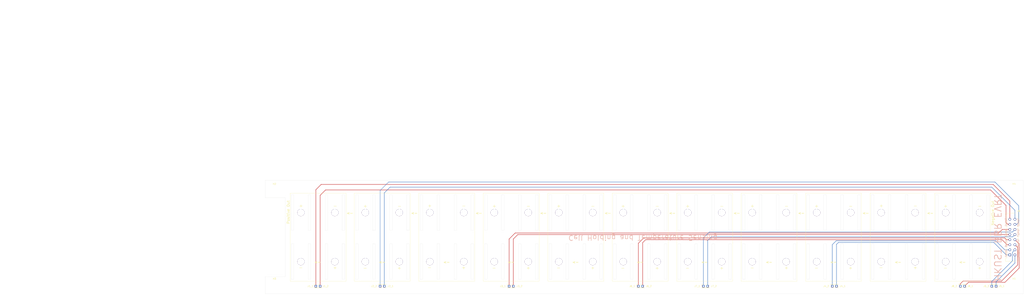
<source format=kicad_pcb>
(kicad_pcb (version 20241229) (generator "pcbnew") (generator_version "9.0")
  (layers (0 "F.Cu" signal "Top Layer") (2 "B.Cu" signal "Bottom Layer") (13 "F.Paste" user "Top Paste") (15 "B.Paste" user "Bottom Paste") (5 "F.SilkS" user "Top Overlay") (7 "B.SilkS" user "Bottom Overlay") (1 "F.Mask" user "Top Solder") (3 "B.Mask" user "Bottom Solder") (25 "Edge.Cuts" user))
  (net 0 "")
  (net 1 "/temp_1_1")
  (net 2 "/temp_7_2")
  (net 3 "/temp_5_2")
  (net 4 "/temp_8_2")
  (net 5 "/temp_5_1")
  (net 6 "/temp_3_2")
  (net 7 "/temp_2_1")
  (net 8 "/temp_2_2")
  (net 9 "/temp_3_1")
  (net 10 "/temp_6_1")
  (net 11 "/temp_4_2")
  (net 12 "/temp_8_1")
  (net 13 "/temp_4_1")
  (net 14 "/temp_1_2")
  (net 15 "/temp_6_2")
  (net 16 "/temp_7_1")
  (footprint "" (layer "F.Cu") (at 507.381782 225.12109)
    (property "Reference" "")
    (property "Value" "")
  )
  (footprint "" (layer "F.Cu") (at 126.914767 196.17559)
    (property "Reference" "")
    (property "Value" "")
  )
  (footprint "" (layer "F.Cu") (at 203.007448 196.17609)
    (property "Reference" "")
    (property "Value" "")
  )
  (footprint "" (layer "F.Cu") (at 393.2411 196.18359)
    (property "Reference" "")
    (property "Value" "")
  )
  (footprint "Connector_PinHeader_2.00mm:PinHeader_1x01_P2.00mm_Vertical" (layer "F.Cu") (at 517.083115 239.61359 180)
    (property "Reference" "J5_1")
    (property "Value" "Conn_01x01_Pin")
  )
  (footprint "" (layer "F.Cu") (at 355.195115 225.12009)
    (property "Reference" "")
    (property "Value" "")
  )
  (footprint "Connector_PinHeader_2.00mm:PinHeader_1x01_P2.00mm_Vertical" (layer "F.Cu") (at 344.406115 239.61359)
    (property "Reference" "J7_1")
    (property "Value" "Conn_01x01_Pin")
  )
  (footprint "Connector_PinHeader_2.00mm:PinHeader_1x01_P2.00mm_Vertical" (layer "F.Cu") (at 118.236115 239.61359)
    (property "Reference" "J1_2")
    (property "Value" "Conn_01x01_Pin")
  )
  (footprint "MountingHole:MountingHole_4.3mm_M4" (layer "F.Cu") (at 91.248115 238.62159)
    (property "Reference" "H3")
    (property "Value" "MountingHole")
  )
  (footprint "" (layer "F.Cu") (at 182.962144 225.11409)
    (property "Reference" "")
    (property "Value" "")
  )
  (footprint "" (layer "F.Cu") (at 279.101115 196.17909)
    (property "Reference" "")
    (property "Value" "")
  )
  (footprint "" (layer "F.Cu") (at 259.055811 225.11509)
    (property "Reference" "")
    (property "Value" "")
  )
  (footprint "" (layer "F.Cu") (at 241.054826 225.11359)
    (property "Reference" "")
    (property "Value" "")
  )
  (footprint "Connector_PinHeader_2.00mm:PinHeader_1x01_P2.00mm_Vertical" (layer "F.Cu") (at 498.503115 239.61359 180)
    (property "Reference" "J8_1")
    (property "Value" "Conn_01x01_Pin")
  )
  (footprint "" (layer "F.Cu") (at 431.288478 225.12109)
    (property "Reference" "")
    (property "Value" "")
  )
  (footprint "" (layer "F.Cu") (at 507.381782 196.18809)
    (property "Reference" "")
    (property "Value" "")
  )
  (footprint "" (layer "F.Cu") (at 469.33513 225.12259)
    (property "Reference" "")
    (property "Value" "")
  )
  (footprint "" (layer "F.Cu") (at 335.149085 196.18209)
    (property "Reference" "")
    (property "Value" "")
  )
  (footprint "" (layer "F.Cu") (at 221.008796 196.17759)
    (property "Reference" "")
    (property "Value" "")
  )
  (footprint "Connector_PinHeader_2.00mm:PinHeader_1x01_P2.00mm_Vertical" (layer "F.Cu") (at 496.003115 239.61359 180)
    (property "Reference" "J8_2")
    (property "Value" "Conn_01x01_Pin")
  )
  (footprint "" (layer "F.Cu") (at 355.194752 196.18209)
    (property "Reference" "")
    (property "Value" "")
  )
  (footprint "" (layer "F.Cu") (at 144.915796 225.11259)
    (property "Reference" "")
    (property "Value" "")
  )
  (footprint "Connector_PinHeader_2.00mm:PinHeader_1x01_P2.00mm_Vertical" (layer "F.Cu") (at 232.244115 239.61359)
    (property "Reference" "J3_2")
    (property "Value" "Conn_01x01_Pin")
  )
  (footprint "Connector_PinHeader_2.00mm:PinHeader_1x01_P2.00mm_Vertical" (layer "F.Cu") (at 115.736115 239.61359)
    (property "Reference" "J1_1")
    (property "Value" "Conn_01x01_Pin")
  )
  (footprint "" (layer "F.Cu") (at 241.054463 196.17759)
    (property "Reference" "")
    (property "Value" "")
  )
  (footprint "Connector_PinHeader_2.00mm:PinHeader_1x01_P2.00mm_Vertical" (layer "F.Cu") (at 156.114115 239.61359 180)
    (property "Reference" "J2_1")
    (property "Value" "Conn_01x01_Pin")
  )
  (footprint "" (layer "F.Cu") (at 106.8691 196.17559)
    (property "Reference" "")
    (property "Value" "")
  )
  (footprint "" (layer "F.Cu") (at 487.336115 196.18809)
    (property "Reference" "")
    (property "Value" "")
  )
  (footprint "Connector_PinHeader_2.00mm:PinHeader_1x01_P2.00mm_Vertical" (layer "F.Cu") (at 514.583115 239.61359 180)
    (property "Reference" "J5_2")
    (property "Value" "Conn_01x01_Pin")
  )
  (footprint "" (layer "F.Cu") (at 221.009159 225.11359)
    (property "Reference" "")
    (property "Value" "")
  )
  (footprint "" (layer "F.Cu") (at 297.102463 196.18059)
    (property "Reference" "")
    (property "Value" "")
  )
  (footprint "" (layer "F.Cu") (at 411.242448 196.18509)
    (property "Reference" "")
    (property "Value" "")
  )
  (footprint "" (layer "F.Cu") (at 106.869463 225.11359)
    (property "Reference" "")
    (property "Value" "")
  )
  (footprint "" (layer "F.Cu") (at 373.195433 196.18359)
    (property "Reference" "")
    (property "Value" "")
  )
  (footprint "" (layer "F.Cu") (at 317.14813 196.18059)
    (property "Reference" "")
    (property "Value" "")
  )
  (footprint "" (layer "F.Cu") (at 297.102463 225.11359)
    (property "Reference" "")
    (property "Value" "")
  )
  (footprint "Connector_PinHeader_2.00mm:PinHeader_1x01_P2.00mm_Vertical" (layer "F.Cu") (at 346.906115 239.61359)
    (property "Reference" "J7_2")
    (property "Value" "Conn_01x01_Pin")
  )
  (footprint "" (layer "F.Cu") (at 126.91513 225.11359)
    (property "Reference" "")
    (property "Value" "")
  )
  (footprint "" (layer "F.Cu") (at 431.288115 196.18509)
    (property "Reference" "")
    (property "Value" "")
  )
  (footprint "" (layer "F.Cu") (at 393.241463 225.12159)
    (property "Reference" "")
    (property "Value" "")
  )
  (footprint "" (layer "F.Cu") (at 259.055448 196.17909)
    (property "Reference" "")
    (property "Value" "")
  )
  (footprint "" (layer "F.Cu") (at 335.149448 225.12009)
    (property "Reference" "")
    (property "Value" "")
  )
  (footprint "" (layer "F.Cu") (at 164.9611 196.17459)
    (property "Reference" "")
    (property "Value" "")
  )
  (footprint "Connector_PinHeader_2.00mm:PinHeader_1x01_P2.00mm_Vertical" (layer "F.Cu") (at 422.924115 239.61359 180)
    (property "Reference" "J4_1")
    (property "Value" "Conn_01x01_Pin")
  )
  (footprint "" (layer "F.Cu") (at 487.336115 225.12109)
    (property "Reference" "")
    (property "Value" "")
  )
  (footprint "" (layer "F.Cu") (at 449.289463 225.12259)
    (property "Reference" "")
    (property "Value" "")
  )
  (footprint "" (layer "F.Cu") (at 203.007811 225.11409)
    (property "Reference" "")
    (property "Value" "")
  )
  (footprint "" (layer "F.Cu") (at 144.915433 196.17459)
    (property "Reference" "")
    (property "Value" "")
  )
  (footprint "Connector_PinHeader_2.00mm:PinHeader_1x01_P2.00mm_Vertical" (layer "F.Cu") (at 306.039115 239.61359)
    (property "Reference" "J6_1")
    (property "Value" "Conn_01x01_Pin")
  )
  (footprint "Connector_PinHeader_2.00mm:PinHeader_1x01_P2.00mm_Vertical" (layer "F.Cu") (at 308.539115 239.61359)
    (property "Reference" "J6_2")
    (property "Value" "Conn_01x01_Pin")
  )
  (footprint "" (layer "F.Cu") (at 469.334767 196.18659)
    (property "Reference" "")
    (property "Value" "")
  )
  (footprint "MountingHole:MountingHole_4.3mm_M4" (layer "F.Cu") (at 527.722115 238.62159)
    (property "Reference" "H1")
    (property "Value" "MountingHole")
  )
  (footprint "Connector_PinHeader_2.00mm:PinHeader_1x01_P2.00mm_Vertical" (layer "F.Cu") (at 420.424115 239.61359 180)
    (property "Reference" "J4_2")
    (property "Value" "Conn_01x01_Pin")
  )
  (footprint "" (layer "F.Cu") (at 317.14813 225.11359)
    (property "Reference" "")
    (property "Value" "")
  )
  (footprint "Connector_PinHeader_2.00mm:PinHeader_1x01_P2.00mm_Vertical" (layer "F.Cu") (at 229.744115 239.61359)
    (property "Reference" "J3_1")
    (property "Value" "Conn_01x01_Pin")
  )
  (footprint "MountingHole:MountingHole_4.3mm_M4" (layer "F.Cu") (at 527.722115 182.68659)
    (property "Reference" "H4")
    (property "Value" "MountingHole")
  )
  (footprint "Connector_Molex:Molex_Micro-Fit_3.0_43045-1612_2x08_P3.00mm_Vertical" (layer "F.Cu") (at 525.212115 221.154463 90)
    (property "Reference" "J9")
    (property "Value" "Conn_02x08_Top_Bottom")
  )
  (footprint "" (layer "F.Cu") (at 411.242811 225.12109)
    (property "Reference" "")
    (property "Value" "")
  )
  (footprint "" (layer "F.Cu") (at 373.195796 225.12159)
    (property "Reference" "")
    (property "Value" "")
  )
  (footprint "" (layer "F.Cu") (at 449.2891 196.18659)
    (property "Reference" "")
    (property "Value" "")
  )
  (footprint "Connector_PinHeader_2.00mm:PinHeader_1x01_P2.00mm_Vertical" (layer "F.Cu") (at 153.614115 239.61359 180)
    (property "Reference" "J2_2")
    (property "Value" "Conn_01x01_Pin")
  )
  (footprint "MountingHole:MountingHole_4.3mm_M4" (layer "F.Cu") (at 91.240115 182.68659)
    (property "Reference" "H2")
    (property "Value" "MountingHole")
  )
  (footprint "" (layer "F.Cu") (at 182.961781 196.17609)
    (property "Reference" "")
    (property "Value" "")
  )
  (footprint "" (layer "F.Cu") (at 279.101478 225.11509)
    (property "Reference" "")
    (property "Value" "")
  )
  (footprint "" (layer "F.Cu") (at 164.961463 225.11259)
    (property "Reference" "")
    (property "Value" "")
  )
  (gr_rect (start 442.732115 184.70259) (end 475.732115 236.70259) (stroke (width 0.1)) (fill no) (layer "F.SilkS"))
  (gr_rect (start 328.583115 184.70259) (end 361.583115 236.70259) (stroke (width 0.1)) (fill no) (layer "F.SilkS"))
  (gr_rect (start 480.806115 184.70259) (end 513.806115 236.70259) (stroke (width 0.1)) (fill no) (layer "F.SilkS"))
  (gr_rect (start 138.338115 184.70259) (end 171.338115 236.70259) (stroke (width 0.1)) (fill no) (layer "F.SilkS"))
  (gr_rect (start 214.458115 184.70259) (end 247.458115 236.70259) (stroke (width 0.1)) (fill no) (layer "F.SilkS"))
  (gr_rect (start 100.537115 184.70259) (end 133.537115 236.70259) (stroke (width 0.1)) (fill no) (layer "F.SilkS"))
  (gr_rect (start 366.612115 184.70259) (end 399.612115 236.70259) (stroke (width 0.1)) (fill no) (layer "F.SilkS"))
  (gr_rect (start 290.578115 184.70259) (end 323.578115 236.70259) (stroke (width 0.1)) (fill no) (layer "F.SilkS"))
  (gr_rect (start 404.664115 184.70259) (end 437.664115 236.70259) (stroke (width 0.1)) (fill no) (layer "F.SilkS"))
  (gr_rect (start 252.652115 184.70259) (end 285.652115 236.70259) (stroke (width 0.1)) (fill no) (layer "F.SilkS"))
  (gr_rect (start 176.367115 184.70259) (end 209.367115 236.70259) (stroke (width 0.1)) (fill no) (layer "F.SilkS"))
  (gr_line (start 529.530115 199.446257) (end 529.530115 204.446257) (stroke (width 0.1)) (layer "B.SilkS"))
  (gr_line (start 523.805115 199.45459) (end 523.805115 204.45459) (stroke (width 0.1)) (layer "B.SilkS"))
  (gr_line (start 529.530115 217.571257) (end 529.530115 222.571257) (stroke (width 0.1)) (layer "B.SilkS"))
  (gr_line (start 529.530115 211.52959) (end 529.530115 216.52959) (stroke (width 0.1)) (layer "B.SilkS"))
  (gr_line (start 523.805115 217.57959) (end 523.805115 222.57959) (stroke (width 0.1)) (layer "B.SilkS"))
  (gr_line (start 523.805115 205.496257) (end 523.805115 210.496257) (stroke (width 0.1)) (layer "B.SilkS"))
  (gr_line (start 523.805115 211.537923) (end 523.805115 216.537923) (stroke (width 0.1)) (layer "B.SilkS"))
  (gr_line (start 529.530115 205.487924) (end 529.530115 210.487924) (stroke (width 0.1)) (layer "B.SilkS"))
  (gr_line (start 378.945418 185.68359) (end 377.445418 185.68359) (stroke (width 0.05)) (layer "Edge.Cuts"))
  (gr_line (start 350.945752 185.68059) (end 349.445752 185.68059) (stroke (width 0.05)) (layer "Edge.Cuts"))
  (gr_line (start 150.665418 185.67459) (end 149.165418 185.67459) (stroke (width 0.05)) (layer "Edge.Cuts"))
  (gr_line (start 513.131767 206.68809) (end 511.631767 206.68809) (stroke (width 0.05)) (layer "Edge.Cuts"))
  (gr_line (start 330.898448 235.62159) (end 329.398448 235.62159) (stroke (width 0.05)) (layer "Edge.Cuts"))
  (gr_line (start 475.085115 235.62259) (end 473.585115 235.62259) (stroke (width 0.05)) (layer "Edge.Cuts"))
  (gr_line (start 312.89713 235.61509) (end 311.39713 235.61509) (stroke (width 0.05)) (layer "Edge.Cuts"))
  (gr_line (start 311.39713 206.68209) (end 311.39713 185.68209) (stroke (width 0.05)) (layer "Edge.Cuts"))
  (gr_line (start 187.212129 235.61409) (end 187.212129 214.61409) (stroke (width 0.05)) (layer "Edge.Cuts"))
  (gr_line (start 198.756811 235.61559) (end 197.256811 235.61559) (stroke (width 0.05)) (layer "Edge.Cuts"))
  (gr_line (start 274.850478 235.61659) (end 273.350478 235.61659) (stroke (width 0.05)) (layer "Edge.Cuts"))
  (gr_line (start 453.539085 206.68659) (end 453.539085 185.68659) (stroke (width 0.05)) (layer "Edge.Cuts"))
  (gr_line (start 132.665115 214.61359) (end 131.165115 214.61359) (stroke (width 0.05)) (layer "Edge.Cuts"))
  (gr_line (start 425.537115 206.68659) (end 425.537115 185.68659) (stroke (width 0.05)) (layer "Edge.Cuts"))
  (gr_line (start 435.538463 235.62109) (end 435.538463 214.62109) (stroke (width 0.05)) (layer "Edge.Cuts"))
  (gr_line (start 465.085767 185.68509) (end 463.585767 185.68509) (stroke (width 0.05)) (layer "Edge.Cuts"))
  (gr_line (start 284.8511 206.67909) (end 283.3511 206.67909) (stroke (width 0.05)) (layer "Edge.Cuts"))
  (gr_line (start 102.6201 185.67409) (end 101.1201 185.67409) (stroke (width 0.05)) (layer "Edge.Cuts"))
  (gr_line (start 111.119085 206.67559) (end 111.119085 185.67559) (stroke (width 0.05)) (layer "Edge.Cuts"))
  (gr_line (start 398.991448 235.62159) (end 397.491448 235.62159) (stroke (width 0.05)) (layer "Edge.Cuts"))
  (gr_line (start 246.804841 214.61359) (end 246.804841 235.61359) (stroke (width 0.05)) (layer "Edge.Cuts"))
  (gr_line (start 264.805433 206.67909) (end 263.305433 206.67909) (stroke (width 0.05)) (layer "Edge.Cuts"))
  (gr_line (start 274.852115 185.67759) (end 273.352115 185.67759) (stroke (width 0.05)) (layer "Edge.Cuts"))
  (gr_line (start 483.085115 206.68959) (end 481.585115 206.68959) (stroke (width 0.05)) (layer "Edge.Cuts"))
  (gr_line (start 427.039478 214.61959) (end 425.539478 214.61959) (stroke (width 0.05)) (layer "Edge.Cuts"))
  (gr_line (start 378.945811 214.62159) (end 378.945811 235.62159) (stroke (width 0.05)) (layer "Edge.Cuts"))
  (gr_line (start 122.665767 185.67409) (end 121.165767 185.67409) (stroke (width 0.05)) (layer "Edge.Cuts"))
  (gr_line (start 274.850115 206.68059) (end 273.350115 206.68059) (stroke (width 0.05)) (layer "Edge.Cuts"))
  (gr_line (start 455.039448 214.62259) (end 453.539448 214.62259) (stroke (width 0.05)) (layer "Edge.Cuts"))
  (gr_line (start 427.037115 206.68659) (end 425.537115 206.68659) (stroke (width 0.05)) (layer "Edge.Cuts"))
  (gr_line (start 254.806811 214.61359) (end 253.306811 214.61359) (stroke (width 0.05)) (layer "Edge.Cuts"))
  (gr_line (start 437.03813 185.68509) (end 437.03813 206.68509) (stroke (width 0.05)) (layer "Edge.Cuts"))
  (gr_line (start 170.711478 214.61259) (end 170.711478 235.61259) (stroke (width 0.05)) (layer "Edge.Cuts"))
  (gr_line (start 139.164796 235.61409) (end 139.164796 214.61409) (stroke (width 0.05)) (layer "Edge.Cuts"))
  (gr_line (start 292.853463 185.67909) (end 291.353463 185.67909) (stroke (width 0.05)) (layer "Edge.Cuts"))
  (gr_line (start 503.132782 214.61959) (end 501.632782 214.61959) (stroke (width 0.05)) (layer "Edge.Cuts"))
  (gr_line (start 475.084782 185.68659) (end 475.084782 206.68659) (stroke (width 0.05)) (layer "Edge.Cuts"))
  (gr_line (start 322.898115 206.68059) (end 321.398115 206.68059) (stroke (width 0.05)) (layer "Edge.Cuts"))
  (gr_line (start 491.5861 206.68809) (end 491.5861 185.68809) (stroke (width 0.05)) (layer "Edge.Cuts"))
  (gr_line (start 312.89913 185.67909) (end 312.89913 206.67909) (stroke (width 0.05)) (layer "Edge.Cuts"))
  (gr_line (start 339.399433 235.62009) (end 339.399433 214.62009) (stroke (width 0.05)) (layer "Edge.Cuts"))
  (gr_line (start 406.993811 214.61959) (end 406.993811 235.61959) (stroke (width 0.05)) (layer "Edge.Cuts"))
  (gr_line (start 387.4901 206.68509) (end 387.4901 185.68509) (stroke (width 0.05)) (layer "Edge.Cuts"))
  (gr_line (start 367.444796 235.62309) (end 367.444796 214.62309) (stroke (width 0.05)) (layer "Edge.Cuts"))
  (gr_line (start 330.900448 214.61859) (end 330.900448 235.61859) (stroke (width 0.05)) (layer "Edge.Cuts"))
  (gr_line (start 254.804811 235.61659) (end 253.304811 235.61659) (stroke (width 0.05)) (layer "Edge.Cuts"))
  (gr_line (start 226.758781 185.67759) (end 225.258781 185.67759) (stroke (width 0.05)) (layer "Edge.Cuts"))
  (gr_line (start 388.990463 235.62309) (end 387.490463 235.62309) (stroke (width 0.05)) (layer "Edge.Cuts"))
  (gr_line (start 465.08613 214.62109) (end 465.08613 235.62109) (stroke (width 0.05)) (layer "Edge.Cuts"))
  (gr_line (start 188.712129 235.61409) (end 187.212129 235.61409) (stroke (width 0.05)) (layer "Edge.Cuts"))
  (gr_line (start 216.758159 235.61509) (end 215.258159 235.61509) (stroke (width 0.05)) (layer "Edge.Cuts"))
  (gr_line (start 340.899463 214.62009) (end 340.899463 235.62009) (stroke (width 0.05)) (layer "Edge.Cuts"))
  (gr_line (start 226.758811 185.67759) (end 226.758811 206.67759) (stroke (width 0.05)) (layer "Edge.Cuts"))
  (gr_line (start 513.131767 214.62109) (end 511.631767 214.62109) (stroke (width 0.05)) (layer "Edge.Cuts"))
  (gr_line (start 160.710463 235.61409) (end 159.210463 235.61409) (stroke (width 0.05)) (layer "Edge.Cuts"))
  (gr_line (start 170.711448 214.61259) (end 169.211448 214.61259) (stroke (width 0.05)) (layer "Edge.Cuts"))
  (gr_line (start 132.664782 185.67559) (end 132.664782 206.67559) (stroke (width 0.05)) (layer "Edge.Cuts"))
  (gr_line (start 140.664796 235.61409) (end 139.164796 235.61409) (stroke (width 0.05)) (layer "Edge.Cuts"))
  (gr_line (start 475.084752 185.68659) (end 473.584752 185.68659) (stroke (width 0.05)) (layer "Edge.Cuts"))
  (gr_line (start 322.898115 185.68059) (end 321.398115 185.68059) (stroke (width 0.05)) (layer "Edge.Cuts"))
  (gr_line (start 322.898145 185.68059) (end 322.898145 206.68059) (stroke (width 0.05)) (layer "Edge.Cuts"))
  (gr_line (start 359.444737 206.68209) (end 359.444737 185.68209) (stroke (width 0.05)) (layer "Edge.Cuts"))
  (gr_line (start 378.945418 206.68359) (end 377.445418 206.68359) (stroke (width 0.05)) (layer "Edge.Cuts"))
  (gr_line (start 455.039085 185.68659) (end 453.539085 185.68659) (stroke (width 0.05)) (layer "Edge.Cuts"))
  (gr_line (start 475.084752 206.68659) (end 473.584752 206.68659) (stroke (width 0.05)) (layer "Edge.Cuts"))
  (gr_line (start 140.666433 185.67309) (end 139.166433 185.67309) (stroke (width 0.05)) (layer "Edge.Cuts"))
  (gr_line (start 254.806811 214.61359) (end 254.806811 235.61359) (stroke (width 0.05)) (layer "Edge.Cuts"))
  (gr_line (start 284.8511 185.67909) (end 283.3511 185.67909) (stroke (width 0.05)) (layer "Edge.Cuts"))
  (gr_line (start 463.583767 206.68809) (end 463.583767 185.68809) (stroke (width 0.05)) (layer "Edge.Cuts"))
  (gr_line (start 435.5381 206.68509) (end 435.5381 185.68509) (stroke (width 0.05)) (layer "Edge.Cuts"))
  (gr_line (start 443.538463 235.62409) (end 443.538463 214.62409) (stroke (width 0.05)) (layer "Edge.Cuts"))
  (gr_line (start 360.94513 214.62009) (end 360.94513 235.62009) (stroke (width 0.05)) (layer "Edge.Cuts"))
  (gr_line (start 465.085767 185.68509) (end 465.085767 206.68509) (stroke (width 0.05)) (layer "Edge.Cuts"))
  (gr_line (start 160.712463 214.61109) (end 159.212463 214.61109) (stroke (width 0.05)) (layer "Edge.Cuts"))
  (gr_line (start 102.6181 206.67709) (end 101.1181 206.67709) (stroke (width 0.05)) (layer "Edge.Cuts"))
  (gr_line (start 360.944737 185.68209) (end 359.444737 185.68209) (stroke (width 0.05)) (layer "Edge.Cuts"))
  (gr_line (start 349.443752 206.68359) (end 349.443752 185.68359) (stroke (width 0.05)) (layer "Edge.Cuts"))
  (gr_line (start 216.760159 214.61209) (end 215.260159 214.61209) (stroke (width 0.05)) (layer "Edge.Cuts"))
  (gr_line (start 246.804448 206.67759) (end 245.304448 206.67759) (stroke (width 0.05)) (layer "Edge.Cuts"))
  (gr_line (start 501.630782 206.68959) (end 501.630782 185.68959) (stroke (width 0.05)) (layer "Edge.Cuts"))
  (gr_line (start 378.945781 214.62159) (end 377.445781 214.62159) (stroke (width 0.05)) (layer "Edge.Cuts"))
  (gr_line (start 139.164433 206.67609) (end 139.164433 185.67609) (stroke (width 0.05)) (layer "Edge.Cuts"))
  (gr_line (start 284.85113 185.67909) (end 284.85113 206.67909) (stroke (width 0.05)) (layer "Edge.Cuts"))
  (gr_line (start 170.711085 185.67459) (end 169.211085 185.67459) (stroke (width 0.05)) (layer "Edge.Cuts"))
  (gr_line (start 368.944796 235.62309) (end 367.444796 235.62309) (stroke (width 0.05)) (layer "Edge.Cuts"))
  (gr_line (start 427.039115 185.68359) (end 427.039115 206.68359) (stroke (width 0.05)) (layer "Edge.Cuts"))
  (gr_line (start 235.303463 206.67909) (end 235.303463 185.67909) (stroke (width 0.05)) (layer "Edge.Cuts"))
  (gr_line (start 445.0401 185.68509) (end 445.0401 206.68509) (stroke (width 0.05)) (layer "Edge.Cuts"))
  (gr_line (start 284.851463 214.61509) (end 283.351463 214.61509) (stroke (width 0.05)) (layer "Edge.Cuts"))
  (gr_line (start 427.037478 235.62259) (end 425.537478 235.62259) (stroke (width 0.05)) (layer "Edge.Cuts"))
  (gr_line (start 483.087115 214.61959) (end 481.587115 214.61959) (stroke (width 0.05)) (layer "Edge.Cuts"))
  (gr_line (start 169.211085 206.67459) (end 169.211085 185.67459) (stroke (width 0.05)) (layer "Edge.Cuts"))
  (gr_line (start 291.351463 235.61509) (end 291.351463 214.61509) (stroke (width 0.05)) (layer "Edge.Cuts"))
  (gr_line (start 236.805463 185.67609) (end 236.805463 206.67609) (stroke (width 0.05)) (layer "Edge.Cuts"))
  (gr_line (start 437.0381 206.68509) (end 435.5381 206.68509) (stroke (width 0.05)) (layer "Edge.Cuts"))
  (gr_line (start 292.853463 214.61209) (end 292.853463 235.61209) (stroke (width 0.05)) (layer "Edge.Cuts"))
  (gr_line (start 292.853463 214.61209) (end 291.353463 214.61209) (stroke (width 0.05)) (layer "Edge.Cuts"))
  (gr_line (start 264.805826 214.61509) (end 264.805826 235.61509) (stroke (width 0.05)) (layer "Edge.Cuts"))
  (gr_line (start 503.132782 214.61959) (end 503.132782 235.61959) (stroke (width 0.05)) (layer "Edge.Cuts"))
  (gr_line (start 170.711085 206.67459) (end 169.211085 206.67459) (stroke (width 0.05)) (layer "Edge.Cuts"))
  (gr_line (start 453.539448 235.62259) (end 453.539448 214.62259) (stroke (width 0.05)) (layer "Edge.Cuts"))
  (gr_line (start 533.222115 177.18659) (end 85.740115 177.186598) (stroke (width 0.05)) (layer "Edge.Cuts"))
  (gr_line (start 398.991085 206.68359) (end 397.491085 206.68359) (stroke (width 0.05)) (layer "Edge.Cuts"))
  (gr_line (start 437.038463 235.62109) (end 435.538463 235.62109) (stroke (width 0.05)) (layer "Edge.Cuts"))
  (gr_line (start 398.991085 185.68359) (end 397.491085 185.68359) (stroke (width 0.05)) (layer "Edge.Cuts"))
  (gr_line (start 483.087115 185.68659) (end 481.587115 185.68659) (stroke (width 0.05)) (layer "Edge.Cuts"))
  (gr_line (start 263.305796 235.61509) (end 263.305796 214.61509) (stroke (width 0.05)) (layer "Edge.Cuts"))
  (gr_line (start 340.89907 206.68209) (end 339.39907 206.68209) (stroke (width 0.05)) (layer "Edge.Cuts"))
  (gr_line (start 388.9921 185.68209) (end 387.4921 185.68209) (stroke (width 0.05)) (layer "Edge.Cuts"))
  (gr_line (start 197.256448 206.67759) (end 197.256448 185.67759) (stroke (width 0.05)) (layer "Edge.Cuts"))
  (gr_line (start 445.0401 185.68509) (end 443.5401 185.68509) (stroke (width 0.05)) (layer "Edge.Cuts"))
  (gr_line (start 264.805433 185.67909) (end 263.305433 185.67909) (stroke (width 0.05)) (layer "Edge.Cuts"))
  (gr_line (start 140.666796 214.61109) (end 140.666796 235.61109) (stroke (width 0.05)) (layer "Edge.Cuts"))
  (gr_line (start 159.2101 206.67609) (end 159.2101 185.67609) (stroke (width 0.05)) (layer "Edge.Cuts"))
  (gr_line (start 483.087115 185.68659) (end 483.087115 206.68659) (stroke (width 0.05)) (layer "Edge.Cuts"))
  (gr_line (start 253.304811 235.61659) (end 253.304811 214.61659) (stroke (width 0.05)) (layer "Edge.Cuts"))
  (gr_line (start 208.757433 185.67609) (end 207.257433 185.67609) (stroke (width 0.05)) (layer "Edge.Cuts"))
  (gr_line (start 122.66613 214.61209) (end 121.16613 214.61209) (stroke (width 0.05)) (layer "Edge.Cuts"))
  (gr_line (start 437.038463 214.62109) (end 435.538463 214.62109) (stroke (width 0.05)) (layer "Edge.Cuts"))
  (gr_line (start 416.992796 235.62109) (end 415.492796 235.62109) (stroke (width 0.05)) (layer "Edge.Cuts"))
  (gr_line (start 416.992463 185.68509) (end 416.992463 206.68509) (stroke (width 0.05)) (layer "Edge.Cuts"))
  (gr_line (start 322.898115 235.61359) (end 321.398115 235.61359) (stroke (width 0.05)) (layer "Edge.Cuts"))
  (gr_line (start 169.211448 235.61259) (end 169.211448 214.61259) (stroke (width 0.05)) (layer "Edge.Cuts"))
  (gr_line (start 312.89913 214.61209) (end 311.39913 214.61209) (stroke (width 0.05)) (layer "Edge.Cuts"))
  (gr_line (start 160.7101 206.67609) (end 159.2101 206.67609) (stroke (width 0.05)) (layer "Edge.Cuts"))
  (gr_line (start 122.663767 206.67709) (end 121.163767 206.67709) (stroke (width 0.05)) (layer "Edge.Cuts"))
  (gr_line (start 284.851493 214.61509) (end 284.851493 235.61509) (stroke (width 0.05)) (layer "Edge.Cuts"))
  (gr_line (start 349.444115 235.62159) (end 349.444115 214.62159) (stroke (width 0.05)) (layer "Edge.Cuts"))
  (gr_line (start 416.992826 214.62109) (end 416.992826 235.62109) (stroke (width 0.05)) (layer "Edge.Cuts"))
  (gr_line (start 302.852448 214.61359) (end 301.352448 214.61359) (stroke (width 0.05)) (layer "Edge.Cuts"))
  (gr_line (start 150.665418 206.67459) (end 149.165418 206.67459) (stroke (width 0.05)) (layer "Edge.Cuts"))
  (gr_line (start 302.852448 206.68059) (end 301.352448 206.68059) (stroke (width 0.05)) (layer "Edge.Cuts"))
  (gr_line (start 236.805463 185.67609) (end 235.305463 185.67609) (stroke (width 0.05)) (layer "Edge.Cuts"))
  (gr_line (start 140.666796 214.61109) (end 139.166796 214.61109) (stroke (width 0.05)) (layer "Edge.Cuts"))
  (gr_line (start 216.760159 214.61209) (end 216.760159 235.61209) (stroke (width 0.05)) (layer "Edge.Cuts"))
  (gr_line (start 160.712463 214.61109) (end 160.712463 235.61109) (stroke (width 0.05)) (layer "Edge.Cuts"))
  (gr_line (start 437.038493 214.62109) (end 437.038493 235.62109) (stroke (width 0.05)) (layer "Edge.Cuts"))
  (gr_line (start 329.398085 206.68359) (end 329.398085 185.68359) (stroke (width 0.05)) (layer "Edge.Cuts"))
  (gr_line (start 513.131767 185.68809) (end 511.631767 185.68809) (stroke (width 0.05)) (layer "Edge.Cuts"))
  (gr_line (start 378.945781 235.62159) (end 377.445781 235.62159) (stroke (width 0.05)) (layer "Edge.Cuts"))
  (gr_line (start 122.66613 214.61209) (end 122.66613 235.61209) (stroke (width 0.05)) (layer "Edge.Cuts"))
  (gr_line (start 150.665448 185.67459) (end 150.665448 206.67459) (stroke (width 0.05)) (layer "Edge.Cuts"))
  (gr_line (start 513.131767 235.62109) (end 511.631767 235.62109) (stroke (width 0.05)) (layer "Edge.Cuts"))
  (gr_line (start 415.492433 206.68509) (end 415.492433 185.68509) (stroke (width 0.05)) (layer "Edge.Cuts"))
  (gr_line (start 513.131797 214.62109) (end 513.131797 235.62109) (stroke (width 0.05)) (layer "Edge.Cuts"))
  (gr_line (start 226.759144 214.61359) (end 225.259144 214.61359) (stroke (width 0.05)) (layer "Edge.Cuts"))
  (gr_line (start 330.898085 206.68359) (end 329.398085 206.68359) (stroke (width 0.05)) (layer "Edge.Cuts"))
  (gr_line (start 188.711766 206.67609) (end 187.211766 206.67609) (stroke (width 0.05)) (layer "Edge.Cuts"))
  (gr_line (start 475.085145 214.62259) (end 475.085145 235.62259) (stroke (width 0.05)) (layer "Edge.Cuts"))
  (gr_line (start 131.164752 206.67559) (end 131.164752 185.67559) (stroke (width 0.05)) (layer "Edge.Cuts"))
  (gr_line (start 197.256811 235.61559) (end 197.256811 214.61559) (stroke (width 0.05)) (layer "Edge.Cuts"))
  (gr_line (start 235.303826 235.61509) (end 235.303826 214.61509) (stroke (width 0.05)) (layer "Edge.Cuts"))
  (gr_line (start 493.0861 235.62109) (end 491.5861 235.62109) (stroke (width 0.05)) (layer "Edge.Cuts"))
  (gr_line (start 302.852478 214.61359) (end 302.852478 235.61359) (stroke (width 0.05)) (layer "Edge.Cuts"))
  (gr_line (start 170.711448 235.61259) (end 169.211448 235.61259) (stroke (width 0.05)) (layer "Edge.Cuts"))
  (gr_line (start 150.665781 235.61259) (end 149.165781 235.61259) (stroke (width 0.05)) (layer "Edge.Cuts"))
  (gr_line (start 339.39907 206.68209) (end 339.39907 185.68209) (stroke (width 0.05)) (layer "Edge.Cuts"))
  (gr_line (start 178.711144 235.61559) (end 177.211144 235.61559) (stroke (width 0.05)) (layer "Edge.Cuts"))
  (gr_line (start 322.898145 214.61359) (end 322.898145 235.61359) (stroke (width 0.05)) (layer "Edge.Cuts"))
  (gr_line (start 465.083767 206.68809) (end 463.583767 206.68809) (stroke (width 0.05)) (layer "Edge.Cuts"))
  (gr_line (start 455.039085 206.68659) (end 453.539085 206.68659) (stroke (width 0.05)) (layer "Edge.Cuts"))
  (gr_line (start 178.712781 185.67459) (end 177.212781 185.67459) (stroke (width 0.05)) (layer "Edge.Cuts"))
  (gr_line (start 406.993811 214.61959) (end 405.493811 214.61959) (stroke (width 0.05)) (layer "Edge.Cuts"))
  (gr_line (start 208.757796 214.61409) (end 207.257796 214.61409) (stroke (width 0.05)) (layer "Edge.Cuts"))
  (gr_line (start 359.4451 235.62009) (end 359.4451 214.62009) (stroke (width 0.05)) (layer "Edge.Cuts"))
  (gr_line (start 406.993448 185.68359) (end 406.993448 206.68359) (stroke (width 0.05)) (layer "Edge.Cuts"))
  (gr_line (start 112.619085 185.67559) (end 111.119085 185.67559) (stroke (width 0.05)) (layer "Edge.Cuts"))
  (gr_line (start 312.89713 206.68209) (end 311.39713 206.68209) (stroke (width 0.05)) (layer "Edge.Cuts"))
  (gr_line (start 493.08613 214.62109) (end 493.08613 235.62109) (stroke (width 0.05)) (layer "Edge.Cuts"))
  (gr_line (start 321.398115 206.68059) (end 321.398115 185.68059) (stroke (width 0.05)) (layer "Edge.Cuts"))
  (gr_line (start 481.585115 235.62259) (end 481.585115 214.62259) (stroke (width 0.05)) (layer "Edge.Cuts"))
  (gr_line (start 208.757463 185.67609) (end 208.757463 206.67609) (stroke (width 0.05)) (layer "Edge.Cuts"))
  (gr_line (start 177.210781 206.67759) (end 177.210781 185.67759) (stroke (width 0.05)) (layer "Edge.Cuts"))
  (gr_line (start 445.038463 235.62409) (end 443.538463 235.62409) (stroke (width 0.05)) (layer "Edge.Cuts"))
  (gr_line (start 503.130782 206.68959) (end 501.630782 206.68959) (stroke (width 0.05)) (layer "Edge.Cuts"))
  (gr_line (start 273.350478 235.61659) (end 273.350478 214.61659) (stroke (width 0.05)) (layer "Edge.Cuts"))
  (gr_line (start 198.758811 214.61259) (end 198.758811 235.61259) (stroke (width 0.05)) (layer "Edge.Cuts"))
  (gr_line (start 513.131797 185.68809) (end 513.131797 206.68809) (stroke (width 0.05)) (layer "Edge.Cuts"))
  (gr_line (start 254.806448 185.67759) (end 254.806448 206.67759) (stroke (width 0.05)) (layer "Edge.Cuts"))
  (gr_line (start 283.3511 206.67909) (end 283.3511 185.67909) (stroke (width 0.05)) (layer "Edge.Cuts"))
  (gr_line (start 330.900085 185.68059) (end 329.400085 185.68059) (stroke (width 0.05)) (layer "Edge.Cuts"))
  (gr_line (start 85.748115 233.92059) (end 97.748291 233.92059) (stroke (width 0.05)) (layer "Edge.Cuts"))
  (gr_line (start 406.991811 235.62259) (end 405.491811 235.62259) (stroke (width 0.05)) (layer "Edge.Cuts"))
  (gr_line (start 445.040463 214.62109) (end 443.540463 214.62109) (stroke (width 0.05)) (layer "Edge.Cuts"))
  (gr_line (start 455.039478 214.62259) (end 455.039478 235.62259) (stroke (width 0.05)) (layer "Edge.Cuts"))
  (gr_line (start 443.5381 206.68809) (end 443.5381 185.68809) (stroke (width 0.05)) (layer "Edge.Cuts"))
  (gr_line (start 121.163767 206.67709) (end 121.163767 185.67709) (stroke (width 0.05)) (layer "Edge.Cuts"))
  (gr_line (start 273.350115 206.68059) (end 273.350115 185.68059) (stroke (width 0.05)) (layer "Edge.Cuts"))
  (gr_line (start 330.900085 185.68059) (end 330.900085 206.68059) (stroke (width 0.05)) (layer "Edge.Cuts"))
  (gr_line (start 188.712159 214.61409) (end 188.712159 235.61409) (stroke (width 0.05)) (layer "Edge.Cuts"))
  (gr_line (start 263.305433 206.67909) (end 263.305433 185.67909) (stroke (width 0.05)) (layer "Edge.Cuts"))
  (gr_line (start 178.713144 214.61259) (end 178.713144 235.61259) (stroke (width 0.05)) (layer "Edge.Cuts"))
  (gr_line (start 311.39713 235.61509) (end 311.39713 214.61509) (stroke (width 0.05)) (layer "Edge.Cuts"))
  (gr_line (start 178.712781 185.67459) (end 178.712781 206.67459) (stroke (width 0.05)) (layer "Edge.Cuts"))
  (gr_line (start 387.490463 235.62309) (end 387.490463 214.62309) (stroke (width 0.05)) (layer "Edge.Cuts"))
  (gr_line (start 132.664752 185.67559) (end 131.164752 185.67559) (stroke (width 0.05)) (layer "Edge.Cuts"))
  (gr_line (start 350.944115 235.62159) (end 349.444115 235.62159) (stroke (width 0.05)) (layer "Edge.Cuts"))
  (gr_line (start 455.039115 185.68659) (end 455.039115 206.68659) (stroke (width 0.05)) (layer "Edge.Cuts"))
  (gr_line (start 397.491085 206.68359) (end 397.491085 185.68359) (stroke (width 0.05)) (layer "Edge.Cuts"))
  (gr_line (start 274.852478 214.61359) (end 273.352478 214.61359) (stroke (width 0.05)) (layer "Edge.Cuts"))
  (gr_line (start 340.899433 235.62009) (end 339.399433 235.62009) (stroke (width 0.05)) (layer "Edge.Cuts"))
  (gr_line (start 254.806448 185.67759) (end 253.306448 185.67759) (stroke (width 0.05)) (layer "Edge.Cuts"))
  (gr_line (start 245.304448 206.67759) (end 245.304448 185.67759) (stroke (width 0.05)) (layer "Edge.Cuts"))
  (gr_line (start 225.258781 206.67759) (end 225.258781 185.67759) (stroke (width 0.05)) (layer "Edge.Cuts"))
  (gr_line (start 102.6201 185.67409) (end 102.6201 206.67409) (stroke (width 0.05)) (layer "Edge.Cuts"))
  (gr_line (start 132.665115 235.61359) (end 131.165115 235.61359) (stroke (width 0.05)) (layer "Edge.Cuts"))
  (gr_line (start 159.210463 235.61409) (end 159.210463 214.61409) (stroke (width 0.05)) (layer "Edge.Cuts"))
  (gr_line (start 178.710781 206.67759) (end 177.210781 206.67759) (stroke (width 0.05)) (layer "Edge.Cuts"))
  (gr_line (start 264.805796 214.61509) (end 263.305796 214.61509) (stroke (width 0.05)) (layer "Edge.Cuts"))
  (gr_line (start 208.757796 235.61409) (end 207.257796 235.61409) (stroke (width 0.05)) (layer "Edge.Cuts"))
  (gr_line (start 329.398448 235.62159) (end 329.398448 214.62159) (stroke (width 0.05)) (layer "Edge.Cuts"))
  (gr_line (start 483.087115 214.61959) (end 483.087115 235.61959) (stroke (width 0.05)) (layer "Edge.Cuts"))
  (gr_line (start 388.992463 214.62009) (end 388.992463 235.62009) (stroke (width 0.05)) (layer "Edge.Cuts"))
  (gr_line (start 398.991115 185.68359) (end 398.991115 206.68359) (stroke (width 0.05)) (layer "Edge.Cuts"))
  (gr_line (start 493.0861 214.62109) (end 491.5861 214.62109) (stroke (width 0.05)) (layer "Edge.Cuts"))
  (gr_line (start 398.991478 214.62159) (end 398.991478 235.62159) (stroke (width 0.05)) (layer "Edge.Cuts"))
  (gr_line (start 187.211766 206.67609) (end 187.211766 185.67609) (stroke (width 0.05)) (layer "Edge.Cuts"))
  (gr_line (start 132.665145 214.61359) (end 132.665145 235.61359) (stroke (width 0.05)) (layer "Edge.Cuts"))
  (gr_line (start 226.759144 235.61359) (end 225.259144 235.61359) (stroke (width 0.05)) (layer "Edge.Cuts"))
  (gr_line (start 427.039115 185.68359) (end 425.539115 185.68359) (stroke (width 0.05)) (layer "Edge.Cuts"))
  (gr_line (start 360.944767 185.68209) (end 360.944767 206.68209) (stroke (width 0.05)) (layer "Edge.Cuts"))
  (gr_line (start 292.851463 235.61509) (end 291.351463 235.61509) (stroke (width 0.05)) (layer "Edge.Cuts"))
  (gr_line (start 283.351463 235.61509) (end 283.351463 214.61509) (stroke (width 0.05)) (layer "Edge.Cuts"))
  (gr_line (start 465.08413 235.62409) (end 463.58413 235.62409) (stroke (width 0.05)) (layer "Edge.Cuts"))
  (gr_line (start 160.7121 185.67309) (end 160.7121 206.67309) (stroke (width 0.05)) (layer "Edge.Cuts"))
  (gr_line (start 102.620463 214.61209) (end 101.120463 214.61209) (stroke (width 0.05)) (layer "Edge.Cuts"))
  (gr_line (start 368.946796 214.62009) (end 367.446796 214.62009) (stroke (width 0.05)) (layer "Edge.Cuts"))
  (gr_line (start 330.900448 214.61859) (end 329.400448 214.61859) (stroke (width 0.05)) (layer "Edge.Cuts"))
  (gr_line (start 198.758811 214.61259) (end 197.258811 214.61259) (stroke (width 0.05)) (layer "Edge.Cuts"))
  (gr_line (start 140.666433 185.67309) (end 140.666433 206.67309) (stroke (width 0.05)) (layer "Edge.Cuts"))
  (gr_line (start 85.740115 187.38859) (end 97.740115 187.38859) (stroke (width 0.05)) (layer "Edge.Cuts"))
  (gr_line (start 405.491448 206.68659) (end 405.491448 185.68659) (stroke (width 0.05)) (layer "Edge.Cuts"))
  (gr_line (start 302.852478 185.68059) (end 302.852478 206.68059) (stroke (width 0.05)) (layer "Edge.Cuts"))
  (gr_line (start 416.992433 206.68509) (end 415.492433 206.68509) (stroke (width 0.05)) (layer "Edge.Cuts"))
  (gr_line (start 284.851463 235.61509) (end 283.351463 235.61509) (stroke (width 0.05)) (layer "Edge.Cuts"))
  (gr_line (start 302.852448 235.61359) (end 301.352448 235.61359) (stroke (width 0.05)) (layer "Edge.Cuts"))
  (gr_line (start 475.085115 214.62259) (end 473.585115 214.62259) (stroke (width 0.05)) (layer "Edge.Cuts"))
  (gr_line (start 360.944737 206.68209) (end 359.444737 206.68209) (stroke (width 0.05)) (layer "Edge.Cuts"))
  (gr_line (start 85.748115 244.12159) (end 533.222115 244.12159) (stroke (width 0.05)) (layer "Edge.Cuts"))
  (gr_line (start 483.085115 235.62259) (end 481.585115 235.62259) (stroke (width 0.05)) (layer "Edge.Cuts"))
  (gr_line (start 208.757433 206.67609) (end 207.257433 206.67609) (stroke (width 0.05)) (layer "Edge.Cuts"))
  (gr_line (start 236.803463 206.67909) (end 235.303463 206.67909) (stroke (width 0.05)) (layer "Edge.Cuts"))
  (gr_line (start 368.946433 185.68209) (end 368.946433 206.68209) (stroke (width 0.05)) (layer "Edge.Cuts"))
  (gr_line (start 415.492796 235.62109) (end 415.492796 214.62109) (stroke (width 0.05)) (layer "Edge.Cuts"))
  (gr_line (start 406.993448 185.68359) (end 405.493448 185.68359) (stroke (width 0.05)) (layer "Edge.Cuts"))
  (gr_line (start 301.352448 235.61359) (end 301.352448 214.61359) (stroke (width 0.05)) (layer "Edge.Cuts"))
  (gr_line (start 177.211144 235.61559) (end 177.211144 214.61559) (stroke (width 0.05)) (layer "Edge.Cuts"))
  (gr_line (start 225.259144 235.61359) (end 225.259144 214.61359) (stroke (width 0.05)) (layer "Edge.Cuts"))
  (gr_line (start 246.804811 214.61359) (end 245.304811 214.61359) (stroke (width 0.05)) (layer "Edge.Cuts"))
  (gr_line (start 85.748115 244.12159) (end 85.748115 233.92059) (stroke (width 0.05)) (layer "Edge.Cuts"))
  (gr_line (start 416.992433 185.68509) (end 415.492433 185.68509) (stroke (width 0.05)) (layer "Edge.Cuts"))
  (gr_line (start 473.585115 235.62259) (end 473.585115 214.62259) (stroke (width 0.05)) (layer "Edge.Cuts"))
  (gr_line (start 388.9921 185.68209) (end 388.9921 206.68209) (stroke (width 0.05)) (layer "Edge.Cuts"))
  (gr_line (start 377.445418 206.68359) (end 377.445418 185.68359) (stroke (width 0.05)) (layer "Edge.Cuts"))
  (gr_line (start 140.664433 206.67609) (end 139.164433 206.67609) (stroke (width 0.05)) (layer "Edge.Cuts"))
  (gr_line (start 132.664752 206.67559) (end 131.164752 206.67559) (stroke (width 0.05)) (layer "Edge.Cuts"))
  (gr_line (start 397.491448 235.62159) (end 397.491448 214.62159) (stroke (width 0.05)) (layer "Edge.Cuts"))
  (gr_line (start 198.758448 185.67459) (end 198.758448 206.67459) (stroke (width 0.05)) (layer "Edge.Cuts"))
  (gr_line (start 102.618463 235.61509) (end 101.118463 235.61509) (stroke (width 0.05)) (layer "Edge.Cuts"))
  (gr_line (start 226.758781 206.67759) (end 225.258781 206.67759) (stroke (width 0.05)) (layer "Edge.Cuts"))
  (gr_line (start 188.711766 185.67609) (end 187.211766 185.67609) (stroke (width 0.05)) (layer "Edge.Cuts"))
  (gr_line (start 216.759796 185.67609) (end 216.759796 206.67609) (stroke (width 0.05)) (layer "Edge.Cuts"))
  (gr_line (start 388.9901 206.68509) (end 387.4901 206.68509) (stroke (width 0.05)) (layer "Edge.Cuts"))
  (gr_line (start 491.5861 235.62109) (end 491.5861 214.62109) (stroke (width 0.05)) (layer "Edge.Cuts"))
  (gr_line (start 226.759174 214.61359) (end 226.759174 235.61359) (stroke (width 0.05)) (layer "Edge.Cuts"))
  (gr_line (start 85.740115 187.38859) (end 85.740115 177.18659) (stroke (width 0.05)) (layer "Edge.Cuts"))
  (gr_line (start 302.852448 185.68059) (end 301.352448 185.68059) (stroke (width 0.05)) (layer "Edge.Cuts"))
  (gr_line (start 274.852478 214.61359) (end 274.852478 235.61359) (stroke (width 0.05)) (layer "Edge.Cuts"))
  (gr_line (start 368.944433 206.68509) (end 367.444433 206.68509) (stroke (width 0.05)) (layer "Edge.Cuts"))
  (gr_line (start 198.758448 185.67459) (end 197.258448 185.67459) (stroke (width 0.05)) (layer "Edge.Cuts"))
  (gr_line (start 149.165781 235.61259) (end 149.165781 214.61259) (stroke (width 0.05)) (layer "Edge.Cuts"))
  (gr_line (start 245.304811 235.61359) (end 245.304811 214.61359) (stroke (width 0.05)) (layer "Edge.Cuts"))
  (gr_line (start 465.08613 214.62109) (end 463.58613 214.62109) (stroke (width 0.05)) (layer "Edge.Cuts"))
  (gr_line (start 322.898115 214.61359) (end 321.398115 214.61359) (stroke (width 0.05)) (layer "Edge.Cuts"))
  (gr_line (start 406.991448 206.68659) (end 405.491448 206.68659) (stroke (width 0.05)) (layer "Edge.Cuts"))
  (gr_line (start 246.804448 185.67759) (end 245.304448 185.67759) (stroke (width 0.05)) (layer "Edge.Cuts"))
  (gr_line (start 236.805826 214.61209) (end 235.305826 214.61209) (stroke (width 0.05)) (layer "Edge.Cuts"))
  (gr_line (start 292.851463 206.68209) (end 291.351463 206.68209) (stroke (width 0.05)) (layer "Edge.Cuts"))
  (gr_line (start 207.257796 235.61409) (end 207.257796 214.61409) (stroke (width 0.05)) (layer "Edge.Cuts"))
  (gr_line (start 368.946433 185.68209) (end 367.446433 185.68209) (stroke (width 0.05)) (layer "Edge.Cuts"))
  (gr_line (start 301.352448 206.68059) (end 301.352448 185.68059) (stroke (width 0.05)) (layer "Edge.Cuts"))
  (gr_line (start 112.619085 206.67559) (end 111.119085 206.67559) (stroke (width 0.05)) (layer "Edge.Cuts"))
  (gr_line (start 246.804811 235.61359) (end 245.304811 235.61359) (stroke (width 0.05)) (layer "Edge.Cuts"))
  (gr_line (start 481.585115 206.68959) (end 481.585115 185.68959) (stroke (width 0.05)) (layer "Edge.Cuts"))
  (gr_line (start 350.945752 185.68059) (end 350.945752 206.68059) (stroke (width 0.05)) (layer "Edge.Cuts"))
  (gr_line (start 405.491811 235.62259) (end 405.491811 214.62259) (stroke (width 0.05)) (layer "Edge.Cuts"))
  (gr_line (start 188.712129 214.61409) (end 187.212129 214.61409) (stroke (width 0.05)) (layer "Edge.Cuts"))
  (gr_line (start 101.118463 235.61509) (end 101.118463 214.61509) (stroke (width 0.05)) (layer "Edge.Cuts"))
  (gr_line (start 312.89913 214.61209) (end 312.89913 235.61209) (stroke (width 0.05)) (layer "Edge.Cuts"))
  (gr_line (start 493.0861 185.68809) (end 491.5861 185.68809) (stroke (width 0.05)) (layer "Edge.Cuts"))
  (gr_line (start 112.619478 214.61359) (end 112.619478 235.61359) (stroke (width 0.05)) (layer "Edge.Cuts"))
  (gr_line (start 445.0381 206.68809) (end 443.5381 206.68809) (stroke (width 0.05)) (layer "Edge.Cuts"))
  (gr_line (start 198.756448 206.67759) (end 197.256448 206.67759) (stroke (width 0.05)) (layer "Edge.Cuts"))
  (gr_line (start 340.8991 185.68209) (end 340.8991 206.68209) (stroke (width 0.05)) (layer "Edge.Cuts"))
  (gr_line (start 493.0861 206.68809) (end 491.5861 206.68809) (stroke (width 0.05)) (layer "Edge.Cuts"))
  (gr_line (start 264.805463 185.67909) (end 264.805463 206.67909) (stroke (width 0.05)) (layer "Edge.Cuts"))
  (gr_line (start 188.711796 185.67609) (end 188.711796 206.67609) (stroke (width 0.05)) (layer "Edge.Cuts"))
  (gr_line (start 216.759796 185.67609) (end 215.259796 185.67609) (stroke (width 0.05)) (layer "Edge.Cuts"))
  (gr_line (start 378.945448 185.68359) (end 378.945448 206.68359) (stroke (width 0.05)) (layer "Edge.Cuts"))
  (gr_line (start 150.665781 214.61259) (end 149.165781 214.61259) (stroke (width 0.05)) (layer "Edge.Cuts"))
  (gr_line (start 350.943752 206.68359) (end 349.443752 206.68359) (stroke (width 0.05)) (layer "Edge.Cuts"))
  (gr_line (start 216.757796 206.67909) (end 215.257796 206.67909) (stroke (width 0.05)) (layer "Edge.Cuts"))
  (gr_line (start 437.0381 185.68509) (end 435.5381 185.68509) (stroke (width 0.05)) (layer "Edge.Cuts"))
  (gr_line (start 215.258159 235.61509) (end 215.258159 214.61509) (stroke (width 0.05)) (layer "Edge.Cuts"))
  (gr_line (start 368.946796 214.62009) (end 368.946796 235.62009) (stroke (width 0.05)) (layer "Edge.Cuts"))
  (gr_line (start 350.946115 214.61859) (end 349.446115 214.61859) (stroke (width 0.05)) (layer "Edge.Cuts"))
  (gr_line (start 264.805796 235.61509) (end 263.305796 235.61509) (stroke (width 0.05)) (layer "Edge.Cuts"))
  (gr_line (start 367.444433 206.68509) (end 367.444433 185.68509) (stroke (width 0.05)) (layer "Edge.Cuts"))
  (gr_line (start 511.631767 206.68809) (end 511.631767 185.68809) (stroke (width 0.05)) (layer "Edge.Cuts"))
  (gr_line (start 312.89913 185.67909) (end 311.39913 185.67909) (stroke (width 0.05)) (layer "Edge.Cuts"))
  (gr_line (start 360.9451 214.62009) (end 359.4451 214.62009) (stroke (width 0.05)) (layer "Edge.Cuts"))
  (gr_line (start 473.584752 206.68659) (end 473.584752 185.68659) (stroke (width 0.05)) (layer "Edge.Cuts"))
  (gr_line (start 291.351463 206.68209) (end 291.351463 185.68209) (stroke (width 0.05)) (layer "Edge.Cuts"))
  (gr_line (start 398.991448 214.62159) (end 397.491448 214.62159) (stroke (width 0.05)) (layer "Edge.Cuts"))
  (gr_line (start 102.620463 214.61209) (end 102.620463 235.61209) (stroke (width 0.05)) (layer "Edge.Cuts"))
  (gr_line (start 533.222115 244.12159) (end 533.222115 177.18659) (stroke (width 0.05)) (layer "Edge.Cuts"))
  (gr_line (start 503.132782 185.68659) (end 503.132782 206.68659) (stroke (width 0.05)) (layer "Edge.Cuts"))
  (gr_line (start 321.398115 235.61359) (end 321.398115 214.61359) (stroke (width 0.05)) (layer "Edge.Cuts"))
  (gr_line (start 427.039478 214.61959) (end 427.039478 235.61959) (stroke (width 0.05)) (layer "Edge.Cuts"))
  (gr_line (start 236.805826 214.61209) (end 236.805826 235.61209) (stroke (width 0.05)) (layer "Edge.Cuts"))
  (gr_line (start 112.619448 235.61359) (end 111.119448 235.61359) (stroke (width 0.05)) (layer "Edge.Cuts"))
  (gr_line (start 207.257433 206.67609) (end 207.257433 185.67609) (stroke (width 0.05)) (layer "Edge.Cuts"))
  (gr_line (start 131.165115 235.61359) (end 131.165115 214.61359) (stroke (width 0.05)) (layer "Edge.Cuts"))
  (gr_line (start 170.711115 185.67459) (end 170.711115 206.67459) (stroke (width 0.05)) (layer "Edge.Cuts"))
  (gr_line (start 388.992463 214.62009) (end 387.492463 214.62009) (stroke (width 0.05)) (layer "Edge.Cuts"))
  (gr_line (start 445.040463 214.62109) (end 445.040463 235.62109) (stroke (width 0.05)) (layer "Edge.Cuts"))
  (gr_line (start 503.130782 235.62259) (end 501.630782 235.62259) (stroke (width 0.05)) (layer "Edge.Cuts"))
  (gr_line (start 425.537478 235.62259) (end 425.537478 214.62259) (stroke (width 0.05)) (layer "Edge.Cuts"))
  (gr_line (start 350.946115 214.61859) (end 350.946115 235.61859) (stroke (width 0.05)) (layer "Edge.Cuts"))
  (gr_line (start 463.58413 235.62409) (end 463.58413 214.62409) (stroke (width 0.05)) (layer "Edge.Cuts"))
  (gr_line (start 503.132782 185.68659) (end 501.632782 185.68659) (stroke (width 0.05)) (layer "Edge.Cuts"))
  (gr_line (start 149.165418 206.67459) (end 149.165418 185.67459) (stroke (width 0.05)) (layer "Edge.Cuts"))
  (gr_line (start 455.039448 235.62259) (end 453.539448 235.62259) (stroke (width 0.05)) (layer "Edge.Cuts"))
  (gr_line (start 111.119448 235.61359) (end 111.119448 214.61359) (stroke (width 0.05)) (layer "Edge.Cuts"))
  (gr_line (start 501.630782 235.62259) (end 501.630782 214.62259) (stroke (width 0.05)) (layer "Edge.Cuts"))
  (gr_line (start 121.16413 235.61509) (end 121.16413 214.61509) (stroke (width 0.05)) (layer "Edge.Cuts"))
  (gr_line (start 340.899433 214.62009) (end 339.399433 214.62009) (stroke (width 0.05)) (layer "Edge.Cuts"))
  (gr_line (start 511.631767 235.62109) (end 511.631767 214.62109) (stroke (width 0.05)) (layer "Edge.Cuts"))
  (gr_line (start 97.740115 187.38859) (end 97.748291 233.92059) (stroke (width 0.05)) (layer "Edge.Cuts"))
  (gr_line (start 112.619448 214.61359) (end 111.119448 214.61359) (stroke (width 0.05)) (layer "Edge.Cuts"))
  (gr_line (start 178.713144 214.61259) (end 177.213144 214.61259) (stroke (width 0.05)) (layer "Edge.Cuts"))
  (gr_line (start 150.665811 214.61259) (end 150.665811 235.61259) (stroke (width 0.05)) (layer "Edge.Cuts"))
  (gr_line (start 160.7121 185.67309) (end 159.2121 185.67309) (stroke (width 0.05)) (layer "Edge.Cuts"))
  (gr_line (start 112.619115 185.67559) (end 112.619115 206.67559) (stroke (width 0.05)) (layer "Edge.Cuts"))
  (gr_line (start 416.992796 214.62109) (end 415.492796 214.62109) (stroke (width 0.05)) (layer "Edge.Cuts"))
  (gr_line (start 360.9451 235.62009) (end 359.4451 235.62009) (stroke (width 0.05)) (layer "Edge.Cuts"))
  (gr_line (start 253.304448 206.68059) (end 253.304448 185.68059) (stroke (width 0.05)) (layer "Edge.Cuts"))
  (gr_line (start 208.757826 214.61409) (end 208.757826 235.61409) (stroke (width 0.05)) (layer "Edge.Cuts"))
  (gr_line (start 246.804478 185.67759) (end 246.804478 206.67759) (stroke (width 0.05)) (layer "Edge.Cuts"))
  (gr_line (start 122.665767 185.67409) (end 122.665767 206.67409) (stroke (width 0.05)) (layer "Edge.Cuts"))
  (gr_line (start 101.1181 206.67709) (end 101.1181 185.67709) (stroke (width 0.05)) (layer "Edge.Cuts"))
  (gr_line (start 274.852115 185.67759) (end 274.852115 206.67759) (stroke (width 0.05)) (layer "Edge.Cuts"))
  (gr_line (start 493.08613 185.68809) (end 493.08613 206.68809) (stroke (width 0.05)) (layer "Edge.Cuts"))
  (gr_line (start 377.445781 235.62159) (end 377.445781 214.62159) (stroke (width 0.05)) (layer "Edge.Cuts"))
  (gr_line (start 236.803826 235.61509) (end 235.303826 235.61509) (stroke (width 0.05)) (layer "Edge.Cuts"))
  (gr_line (start 340.89907 185.68209) (end 339.39907 185.68209) (stroke (width 0.05)) (layer "Edge.Cuts"))
  (gr_line (start 254.804448 206.68059) (end 253.304448 206.68059) (stroke (width 0.05)) (layer "Edge.Cuts"))
  (gr_line (start 292.853463 185.67909) (end 292.853463 206.67909) (stroke (width 0.05)) (layer "Edge.Cuts"))
  (gr_line (start 122.66413 235.61509) (end 121.16413 235.61509) (stroke (width 0.05)) (layer "Edge.Cuts"))
  (gr_line (start 215.257796 206.67909) (end 215.257796 185.67909) (stroke (width 0.05)) (layer "Edge.Cuts"))
  (gr_text "-" (at 409.673115 229.96459 0) (layer "F.SilkS") (effects (font (size 2 2) (thickness 0.2)) (justify left bottom)))
  (gr_text "+" (at 391.997115 229.89759 0) (layer "F.SilkS") (effects (font (size 2 2) (thickness 0.2)) (justify left bottom)))
  (gr_text "+" (at 506.009115 229.94959 0) (layer "F.SilkS") (effects (font (size 2 2) (thickness 0.2)) (justify left bottom)))
  (gr_text "-" (at 371.808115 229.91259 0) (layer "F.SilkS") (effects (font (size 2 2) (thickness 0.2)) (justify left bottom)))
  (gr_text "-" (at 485.820115 229.96459 0) (layer "F.SilkS") (effects (font (size 2 2) (thickness 0.2)) (justify left bottom)))
  (gr_text "<-" (at 114.734661 226.30459 0) (layer "F.SilkS") (effects (font (size 1.5 1.5) (thickness 0.3) (bold yes)) (justify left bottom)))
  (gr_text "<-" (at 190.827342 226.30459 0) (layer "F.SilkS") (effects (font (size 1.5 1.5) (thickness 0.3) (bold yes)) (justify left bottom)))
  (gr_text "-" (at 181.389115 229.80859 0) (layer "F.SilkS") (effects (font (size 2 2) (thickness 0.2)) (justify left bottom)))
  (gr_text "-" (at 353.892115 193.53859 0) (layer "F.SilkS") (effects (font (size 2 2) (thickness 0.2)) (justify left bottom)))
  (gr_text "-" (at 219.515115 229.96459 0) (layer "F.SilkS") (effects (font (size 2 2) (thickness 0.2)) (justify left bottom)))
  (gr_text "<-" (at 285.944154 197.37459 0) (layer "F.SilkS") (effects (font (size 1.5 1.5) (thickness 0.3) (bold yes)) (justify left bottom)))
  (gr_text "+" (at 163.609115 230.00159 0) (layer "F.SilkS") (effects (font (size 2 2) (thickness 0.2)) (justify left bottom)))
  (gr_text "<-" (at 457.155154 226.30459 0) (layer "F.SilkS") (effects (font (size 1.5 1.5) (thickness 0.3) (bold yes)) (justify left bottom)))
  (gr_text "+" (at 429.862115 229.94959 0) (layer "F.SilkS") (effects (font (size 2 2) (thickness 0.2)) (justify left bottom)))
  (gr_text "-" (at 125.730115 193.37159 0) (layer "F.SilkS") (effects (font (size 2 2) (thickness 0.2)) (justify left bottom)))
  (gr_text "-" (at 333.630115 230.01659 0) (layer "F.SilkS") (effects (font (size 2 2) (thickness 0.2)) (justify left bottom)))
  (gr_text "<-" (at 362.037457 197.37459 0) (layer "F.SilkS") (effects (font (size 1.5 1.5) (thickness 0.3) (bold yes)) (justify left bottom)))
  (gr_text "<-" (at 476.177806 197.37459 0) (layer "F.SilkS") (effects (font (size 1.5 1.5) (thickness 0.3) (bold yes)) (justify left bottom)))
  (gr_text "+" (at 257.659115 193.38859 0) (layer "F.SilkS") (effects (font (size 2 2) (thickness 0.2)) (justify left bottom)))
  (gr_text "-" (at 277.798115 193.43459 0) (layer "F.SilkS") (effects (font (size 2 2) (thickness 0.2)) (justify left bottom)))
  (gr_text "<-" (at 266.921009 226.30459 0) (layer "F.SilkS") (effects (font (size 1.5 1.5) (thickness 0.3) (bold yes)) (justify left bottom)))
  (gr_text "-" (at 506.082115 193.48659 0) (layer "F.SilkS") (effects (font (size 2 2) (thickness 0.2)) (justify left bottom)))
  (gr_text "-" (at 295.505115 230.01659 0) (layer "F.SilkS") (effects (font (size 2 2) (thickness 0.2)) (justify left bottom)))
  (gr_text "+" (at 143.543115 193.49259 0) (layer "F.SilkS") (effects (font (size 2 2) (thickness 0.2)) (justify left bottom)))
  (gr_text "+" (at 277.725115 229.89759 0) (layer "F.SilkS") (effects (font (size 2 2) (thickness 0.2)) (justify left bottom)))
  (gr_text "+" (at 315.694115 230.00159 0) (layer "F.SilkS") (effects (font (size 2 2) (thickness 0.2)) (justify left bottom)))
  (gr_text "+" (at 239.704115 229.94959 0) (layer "F.SilkS") (effects (font (size 2 2) (thickness 0.2)) (justify left bottom)))
  (gr_text "<-" (at 228.874357 226.30459 0) (layer "F.SilkS") (effects (font (size 1.5 1.5) (thickness 0.3) (bold yes)) (justify left bottom)))
  (gr_text "+" (at 371.931115 193.38859 0) (layer "F.SilkS") (effects (font (size 2 2) (thickness 0.2)) (justify left bottom)))
  (gr_text "<-" (at 400.084139 197.37459 0) (layer "F.SilkS") (effects (font (size 1.5 1.5) (thickness 0.3) (bold yes)) (justify left bottom)))
  (gr_text "+" (at 485.943115 193.44059 0) (layer "F.SilkS") (effects (font (size 2 2) (thickness 0.2)) (justify left bottom)))
  (gr_text "-" (at 429.935115 193.48659 0) (layer "F.SilkS") (effects (font (size 2 2) (thickness 0.2)) (justify left bottom)))
  (gr_text "+" (at 219.638115 193.44059 0) (layer "F.SilkS") (effects (font (size 2 2) (thickness 0.2)) (justify left bottom)))
  (gr_text "Negative Out" (at 516.010115 203.85459 90) (layer "F.SilkS") (effects (font (size 1.5 1.5) (thickness 0.2)) (justify left bottom)))
  (gr_text "+" (at 333.753115 193.49259 0) (layer "F.SilkS") (effects (font (size 2 2) (thickness 0.2)) (justify left bottom)))
  (gr_text "+" (at 201.578115 229.79359 0) (layer "F.SilkS") (effects (font (size 2 2) (thickness 0.2)) (justify left bottom)))
  (gr_text "+" (at 181.512115 193.28459 0) (layer "F.SilkS") (effects (font (size 2 2) (thickness 0.2)) (justify left bottom)))
  (gr_text "+" (at 353.819115 230.00159 0) (layer "F.SilkS") (effects (font (size 2 2) (thickness 0.2)) (justify left bottom)))
  (gr_text "-" (at 392.070115 193.43459 0) (layer "F.SilkS") (effects (font (size 2 2) (thickness 0.2)) (justify left bottom)))
  (gr_text "+" (at 125.657115 229.83459 0) (layer "F.SilkS") (effects (font (size 2 2) (thickness 0.2)) (justify left bottom)))
  (gr_text "-" (at 201.651115 193.33059 0) (layer "F.SilkS") (effects (font (size 2 2) (thickness 0.2)) (justify left bottom)))
  (gr_text "<-" (at 343.014646 226.30459 0) (layer "F.SilkS") (effects (font (size 1.5 1.5) (thickness 0.3) (bold yes)) (justify left bottom)))
  (gr_text "<-" (at 323.990972 197.37459 0) (layer "F.SilkS") (effects (font (size 1.5 1.5) (thickness 0.3) (bold yes)) (justify left bottom)))
  (gr_text "Positive Out" (at 100.314115 202.92859 90) (layer "F.SilkS") (effects (font (size 1.5 1.5) (thickness 0.2)) (justify left bottom)))
  (gr_text "-" (at 143.420115 230.01659 0) (layer "F.SilkS") (effects (font (size 2 2) (thickness 0.2)) (justify left bottom)))
  (gr_text "+" (at 295.628115 193.49259 0) (layer "F.SilkS") (effects (font (size 2 2) (thickness 0.2)) (justify left bottom)))
  (gr_text "<-" (at 495.201806 226.30459 0) (layer "F.SilkS") (effects (font (size 1.5 1.5) (thickness 0.3) (bold yes)) (justify left bottom)))
  (gr_text "+" (at 409.796115 193.44059 0) (layer "F.SilkS") (effects (font (size 2 2) (thickness 0.2)) (justify left bottom)))
  (gr_text "<-" (at 133.757465 197.37459 0) (layer "F.SilkS") (effects (font (size 1.5 1.5) (thickness 0.3) (bold yes)) (justify left bottom)))
  (gr_text "<-" (at 171.803805 197.37459 0) (layer "F.SilkS") (effects (font (size 1.5 1.5) (thickness 0.3) (bold yes)) (justify left bottom)))
  (gr_text "+" (at 468.039115 229.79359 0) (layer "F.SilkS") (effects (font (size 2 2) (thickness 0.2)) (justify left bottom)))
  (gr_text "-" (at 239.777115 193.48659 0) (layer "F.SilkS") (effects (font (size 2 2) (thickness 0.2)) (justify left bottom)))
  (gr_text "-" (at 315.767115 193.53859 0) (layer "F.SilkS") (effects (font (size 2 2) (thickness 0.2)) (justify left bottom)))
  (gr_text "<-" (at 381.061487 226.30459 0) (layer "F.SilkS") (effects (font (size 1.5 1.5) (thickness 0.3) (bold yes)) (justify left bottom)))
  (gr_text "<-" (at 152.780994 226.30459 0) (layer "F.SilkS") (effects (font (size 1.5 1.5) (thickness 0.3) (bold yes)) (justify left bottom)))
  (gr_text "<-" (at 209.850487 197.37459 0) (layer "F.SilkS") (effects (font (size 1.5 1.5) (thickness 0.3) (bold yes)) (justify left bottom)))
  (gr_text "<-" (at 304.967661 226.30459 0) (layer "F.SilkS") (effects (font (size 1.5 1.5) (thickness 0.3) (bold yes)) (justify left bottom)))
  (gr_text "+" (at 105.591115 193.32559 0) (layer "F.SilkS") (effects (font (size 2 2) (thickness 0.2)) (justify left bottom)))
  (gr_text "-" (at 163.682115 193.53859 0) (layer "F.SilkS") (effects (font (size 2 2) (thickness 0.2)) (justify left bottom)))
  (gr_text "-" (at 468.112115 193.33059 0) (layer "F.SilkS") (effects (font (size 2 2) (thickness 0.2)) (justify left bottom)))
  (gr_text "-" (at 257.536115 229.91259 0) (layer "F.SilkS") (effects (font (size 2 2) (thickness 0.2)) (justify left bottom)))
  (gr_text "-" (at 447.850115 229.80859 0) (layer "F.SilkS") (effects (font (size 2 2) (thickness 0.2)) (justify left bottom)))
  (gr_text "+" (at 447.973115 193.28459 0) (layer "F.SilkS") (effects (font (size 2 2) (thickness 0.2)) (justify left bottom)))
  (gr_text "<-" (at 419.108502 226.30459 0) (layer "F.SilkS") (effects (font (size 1.5 1.5) (thickness 0.3) (bold yes)) (justify left bottom)))
  (gr_text "<-" (at 438.130972 197.37459 0) (layer "F.SilkS") (effects (font (size 1.5 1.5) (thickness 0.3) (bold yes)) (justify left bottom)))
  (gr_text "<-" (at 247.89732 197.37459 0) (layer "F.SilkS") (effects (font (size 1.5 1.5) (thickness 0.3) (bold yes)) (justify left bottom)))
  (gr_text "-" (at 105.468115 229.84959 0) (layer "F.SilkS") (effects (font (size 2 2) (thickness 0.2)) (justify left bottom)))
  (gr_text "Temp5" (at 530.830115 217.62959 90) (layer "B.SilkS") (effects (font (size 1 1)) (justify left bottom mirror)))
  (gr_text "Temp1" (at 523.430115 199.42959 90) (layer "B.SilkS") (effects (font (size 1 1)) (justify left bottom mirror)))
  (gr_text "Temp7" (at 530.830115 205.50459 90) (layer "B.SilkS") (effects (font (size 1 1)) (justify left bottom mirror)))
  (gr_text "Temp3" (at 523.455115 205.57959 90) (layer "B.SilkS") (effects (font (size 1 1)) (justify left bottom mirror)))
  (gr_text "HKUST RBR EVRT" (at 515.609115 236.94159 270) (layer "B.SilkS") (effects (font (size 4 4) (thickness 0.4)) (justify left bottom mirror)))
  (gr_text "Temp6" (at 523.430115 211.70459 90) (layer "B.SilkS") (effects (font (size 1 1)) (justify left bottom mirror)))
  (gr_text "Temp8" (at 530.830115 211.60459 90) (layer "B.SilkS") (effects (font (size 1 1)) (justify left bottom mirror)))
  (gr_text "Cell Holding and Temperature Sensing" (at 264.555115 209.27159 180) (layer "B.SilkS") (effects (font (size 3 3) (thickness 0.3)) (justify left bottom mirror)))
  (gr_text "Temp2" (at 530.830115 199.50459 90) (layer "B.SilkS") (effects (font (size 1 1)) (justify left bottom mirror)))
  (gr_text "Temp4" (at 523.430115 217.67959 90) (layer "B.SilkS") (effects (font (size 1 1)) (justify left bottom mirror)))
  (segment (start 525.212115 189.40359) (end 525.212115 200.154463) (width 0.254) (layer "F.Cu") (net 1))
  (segment (start 115.736115 239.61359) (end 115.736115 182.68459) (width 0.254) (layer "F.Cu") (net 1))
  (segment (start 515.394115 179.58559) (end 525.212115 189.40359) (width 0.254) (layer "F.Cu") (net 1))
  (segment (start 118.835115 179.58559) (end 515.394115 179.58559) (width 0.254) (layer "F.Cu") (net 1))
  (segment (start 115.736115 182.68459) (end 118.835115 179.58559) (width 0.254) (layer "F.Cu") (net 1))
  (segment (start 346.906115 239.61359) (end 346.906115 212.61259) (width 0.254) (layer "B.Cu") (net 2))
  (segment (start 349.021115 210.49759) (end 526.868988 210.49759) (width 0.254) (layer "B.Cu") (net 2))
  (segment (start 346.906115 212.61259) (end 349.021115 210.49759) (width 0.254) (layer "B.Cu") (net 2))
  (segment (start 526.868988 210.49759) (end 528.212115 209.154463) (width 0.254) (layer "B.Cu") (net 2))
  (segment (start 526.763115 224.16159) (end 526.763115 219.603463) (width 0.254) (layer "B.Cu") (net 3))
  (segment (start 514.583115 239.61359) (end 514.583115 236.79759) (width 0.254) (layer "B.Cu") (net 3))
  (segment (start 526.763115 224.61759) (end 526.763115 224.16159) (width 0.254) (layer "B.Cu") (net 3))
  (segment (start 526.763115 219.603463) (end 528.212115 218.154463) (width 0.254) (layer "B.Cu") (net 3))
  (segment (start 514.583115 236.79759) (end 526.763115 224.61759) (width 0.254) (layer "B.Cu") (net 3))
  (segment (start 496.003115 238.18559) (end 497.584115 236.60459) (width 0.254) (layer "F.Cu") (net 4))
  (segment (start 529.827115 227.08459) (end 529.827115 216.769463) (width 0.254) (layer "F.Cu") (net 4))
  (segment (start 520.307115 236.60459) (end 529.827115 227.08459) (width 0.254) (layer "F.Cu") (net 4))
  (segment (start 496.003115 239.61359) (end 496.003115 238.18559) (width 0.254) (layer "F.Cu") (net 4))
  (segment (start 497.584115 236.60459) (end 520.307115 236.60459) (width 0.254) (layer "F.Cu") (net 4))
  (segment (start 529.827115 216.769463) (end 528.212115 215.154463) (width 0.254) (layer "F.Cu") (net 4))
  (segment (start 517.083115 237.04359) (end 528.212115 225.91459) (width 0.254) (layer "B.Cu") (net 5))
  (segment (start 517.083115 239.61359) (end 517.083115 237.04359) (width 0.254) (layer "B.Cu") (net 5))
  (segment (start 528.212115 225.91459) (end 528.212115 221.154463) (width 0.254) (layer "B.Cu") (net 5))
  (segment (start 234.872242 209.154463) (end 525.212115 209.154463) (width 0.254) (layer "F.Cu") (net 6))
  (segment (start 232.244115 211.78259) (end 234.872242 209.154463) (width 0.254) (layer "F.Cu") (net 6))
  (segment (start 232.244115 239.61359) (end 232.244115 211.78259) (width 0.254) (layer "F.Cu") (net 6))
  (segment (start 528.212115 194.83059) (end 528.212115 200.154463) (width 0.254) (layer "B.Cu") (net 7))
  (segment (start 514.536115 181.15459) (end 528.212115 194.83059) (width 0.254) (layer "B.Cu") (net 7))
  (segment (start 156.114115 184.55759) (end 159.517115 181.15459) (width 0.254) (layer "B.Cu") (net 7))
  (segment (start 156.114115 239.61359) (end 156.114115 184.55759) (width 0.254) (layer "B.Cu") (net 7))
  (segment (start 159.517115 181.15459) (end 514.536115 181.15459) (width 0.254) (layer "B.Cu") (net 7))
  (segment (start 153.614115 183.18659) (end 158.654115 178.14659) (width 0.2) (layer "B.Cu") (net 8))
  (segment (start 158.654115 178.14659) (end 516.424115 178.14659) (width 0.254) (layer "B.Cu") (net 8))
  (segment (start 153.614115 239.61359) (end 153.614115 183.18659) (width 0.2) (layer "B.Cu") (net 8))
  (segment (start 153.614115 239.61359) (end 153.615115 239.61459) (width 0.2) (layer "B.Cu") (net 8))
  (segment (start 529.338242 203.154463) (end 528.212115 203.154463) (width 0.254) (layer "B.Cu") (net 8))
  (segment (start 530.442115 202.05059) (end 529.338242 203.154463) (width 0.254) (layer "B.Cu") (net 8))
  (segment (start 530.442115 192.16459) (end 530.442115 202.05059) (width 0.254) (layer "B.Cu") (net 8))
  (segment (start 516.424115 178.14659) (end 530.442115 192.16459) (width 0.254) (layer "B.Cu") (net 8))
  (segment (start 229.744115 239.61359) (end 229.744115 211.80659) (width 0.254) (layer "F.Cu") (net 9))
  (segment (start 233.325115 208.22559) (end 518.666115 208.22559) (width 0.254) (layer "F.Cu") (net 9))
  (segment (start 518.666115 208.22559) (end 520.737242 206.154463) (width 0.254) (layer "F.Cu") (net 9))
  (segment (start 229.744115 211.80659) (end 233.325115 208.22559) (width 0.254) (layer "F.Cu") (net 9))
  (segment (start 520.737242 206.154463) (end 525.212115 206.154463) (width 0.254) (layer "F.Cu") (net 9))
  (segment (start 523.223988 212.154463) (end 525.212115 212.154463) (width 0.254) (layer "F.Cu") (net 10))
  (segment (start 309.189115 211.13359) (end 522.203115 211.13359) (width 0.254) (layer "F.Cu") (net 10))
  (segment (start 306.039115 239.61359) (end 306.039115 214.28359) (width 0.254) (layer "F.Cu") (net 10))
  (segment (start 306.039115 214.28359) (end 309.189115 211.13359) (width 0.254) (layer "F.Cu") (net 10))
  (segment (start 522.203115 211.13359) (end 523.223988 212.154463) (width 0.254) (layer "F.Cu") (net 10))
  (segment (start 420.424115 239.61359) (end 420.424115 215.12959) (width 0.254) (layer "B.Cu") (net 11))
  (segment (start 516.854115 212.80459) (end 522.203988 218.154463) (width 0.254) (layer "B.Cu") (net 11))
  (segment (start 522.203988 218.154463) (end 525.212115 218.154463) (width 0.254) (layer "B.Cu") (net 11))
  (segment (start 420.424115 215.12959) (end 422.749115 212.80459) (width 0.254) (layer "B.Cu") (net 11))
  (segment (start 422.749115 212.80459) (end 516.854115 212.80459) (width 0.254) (layer "B.Cu") (net 11))
  (segment (start 530.703115 228.94559) (end 530.703115 214.645463) (width 0.254) (layer "F.Cu") (net 12))
  (segment (start 500.768115 237.34859) (end 522.300115 237.34859) (width 0.254) (layer "F.Cu") (net 12))
  (segment (start 530.703115 214.645463) (end 528.212115 212.154463) (width 0.254) (layer "F.Cu") (net 12))
  (segment (start 498.503115 239.61359) (end 500.768115 237.34859) (width 0.254) (layer "F.Cu") (net 12))
  (segment (start 522.300115 237.34859) (end 530.703115 228.94559) (width 0.254) (layer "F.Cu") (net 12))
  (segment (start 523.061988 221.154463) (end 525.212115 221.154463) (width 0.254) (layer "B.Cu") (net 13))
  (segment (start 422.924115 214.93459) (end 424.050115 213.80859) (width 0.254) (layer "B.Cu") (net 13))
  (segment (start 515.716115 213.80859) (end 523.061988 221.154463) (width 0.254) (layer "B.Cu") (net 13))
  (segment (start 422.924115 239.61359) (end 422.924115 214.93459) (width 0.254) (layer "B.Cu") (net 13))
  (segment (start 424.050115 213.80859) (end 515.716115 213.80859) (width 0.254) (layer "B.Cu") (net 13))
  (segment (start 524.045988 203.154463) (end 525.212115 203.154463) (width 0.254) (layer "F.Cu") (net 14))
  (segment (start 118.236115 186.03059) (end 121.435115 182.83159) (width 0.254) (layer "F.Cu") (net 14))
  (segment (start 121.435115 182.83159) (end 513.842115 182.83159) (width 0.254) (layer "F.Cu") (net 14))
  (segment (start 522.949115 191.93859) (end 522.949115 202.05759) (width 0.254) (layer "F.Cu") (net 14))
  (segment (start 513.842115 182.83159) (end 522.949115 191.93859) (width 0.254) (layer "F.Cu") (net 14))
  (segment (start 522.949115 202.05759) (end 524.045988 203.154463) (width 0.254) (layer "F.Cu") (net 14))
  (segment (start 118.236115 239.61359) (end 118.236115 186.03059) (width 0.254) (layer "F.Cu") (net 14))
  (segment (start 308.539115 213.94759) (end 310.337115 212.14959) (width 0.254) (layer "F.Cu") (net 15))
  (segment (start 523.584988 215.154463) (end 525.212115 215.154463) (width 0.254) (layer "F.Cu") (net 15))
  (segment (start 308.539115 239.61359) (end 308.539115 213.94759) (width 0.254) (layer "F.Cu") (net 15))
  (segment (start 520.580115 212.14959) (end 523.584988 215.154463) (width 0.254) (layer "F.Cu") (net 15))
  (segment (start 310.337115 212.14959) (end 520.580115 212.14959) (width 0.254) (layer "F.Cu") (net 15))
  (segment (start 526.713988 207.65259) (end 528.212115 206.154463) (width 0.254) (layer "B.Cu") (net 16))
  (segment (start 344.406115 239.61359) (end 344.406115 211.16459) (width 0.254) (layer "B.Cu") (net 16))
  (segment (start 344.406115 211.16459) (end 347.918115 207.65259) (width 0.254) (layer "B.Cu") (net 16))
  (segment (start 347.918115 207.65259) (end 526.713988 207.65259) (width 0.254) (layer "B.Cu") (net 16))
)
</source>
